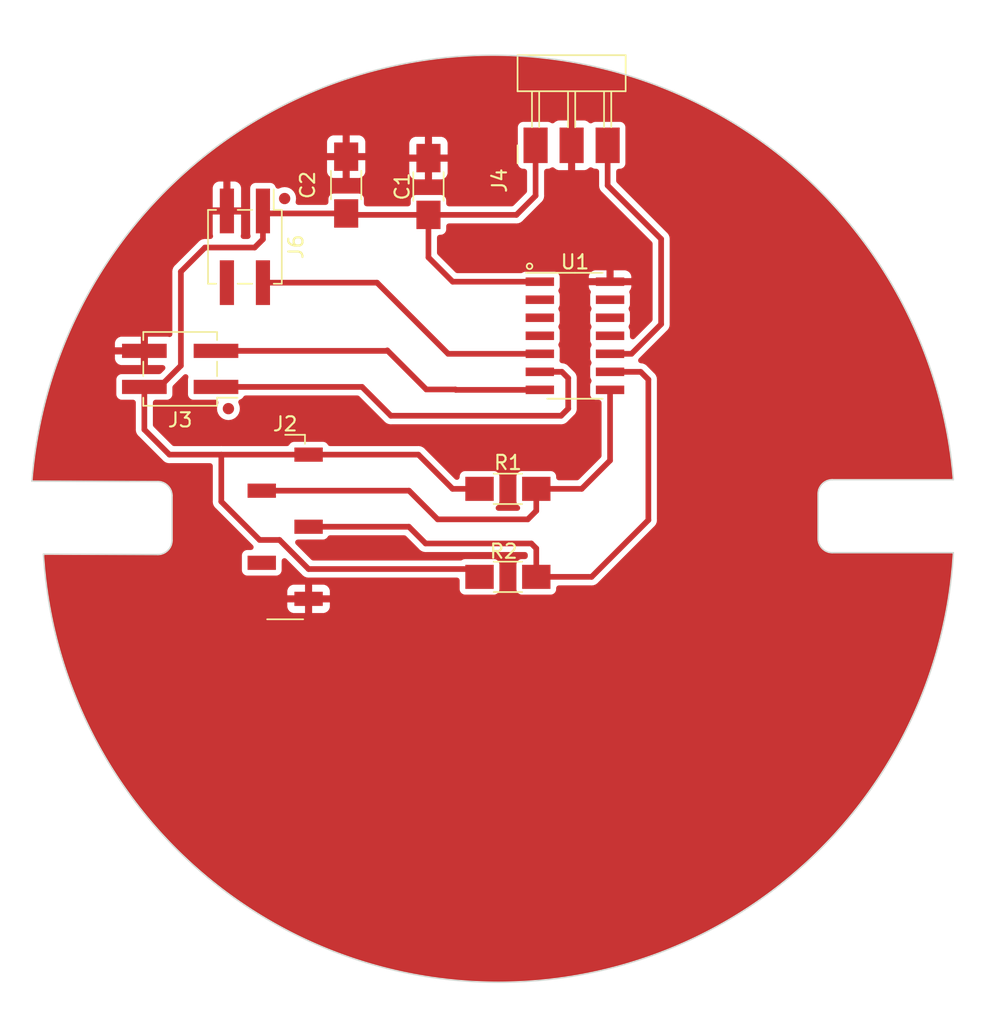
<source format=kicad_pcb>
(kicad_pcb (version 20221018) (generator pcbnew)
  (layers (0 "F.Cu" signal) (31 "B.Cu" signal) (34 "B.Paste" user) (35 "F.Paste" user) (36 "B.SilkS" user "B.Silkscreen") (37 "F.SilkS" user "F.Silkscreen") (38 "B.Mask" user) (39 "F.Mask" user) (44 "Edge.Cuts" user))
  (net 0 "")
  (net 1 "PWR_5V")
  (net 2 "PWR_GND")
  (net 3 "PA7")
  (net 4 "SDA")
  (net 5 "SCL")
  (net 7 "TX")
  (net 8 "RX")
  (net 9 "UPDI")
  (net 10 "PA4")
  (net 11 "PA5")
  (net 12 "PA6")
  (net 13 "PA1")
  (net 14 "PA2")
  (net 15 "PA3")
  (footprint "fab:PinHeader_1x03_P2.54mm_Horizontal_SMD" (layer "F.Cu") (at 193.85 28.7 90)
    (fp_text reference "J4" (at -1.524 -2.54 90) (layer "F.SilkS") (effects (justify right)))
    (fp_text value "Conn_PinHeader_1x03_P2.54mm_Horizontal_SMD" hide)
    (fp_line (start -1.27 -1.27) (end 0 -1.27) (stroke (width 0.12)) (layer "F.SilkS"))
    (fp_line (start 3.81 -1.27) (end 6.35 -1.27) (stroke (width 0.12)) (layer "F.SilkS"))
    (fp_line (start 3.81 -0.254) (end 1.27 -0.254) (stroke (width 0.12)) (layer "F.SilkS"))
    (fp_line (start 3.81 0.254) (end 1.27 0.254) (stroke (width 0.12)) (layer "F.SilkS"))
    (fp_line (start 3.81 2.286) (end 1.27 2.286) (stroke (width 0.12)) (layer "F.SilkS"))
    (fp_line (start 3.81 2.794) (end 1.27 2.794) (stroke (width 0.12)) (layer "F.SilkS"))
    (fp_line (start 3.81 4.826) (end 1.27 4.826) (stroke (width 0.12)) (layer "F.SilkS"))
    (fp_line (start 3.81 5.334) (end 1.27 5.334) (stroke (width 0.12)) (layer "F.SilkS"))
    (fp_line (start 3.81 6.35) (end 3.81 -1.27) (stroke (width 0.12)) (layer "F.SilkS"))
    (fp_line (start 6.35 -1.27) (end 6.35 6.35) (stroke (width 0.12)) (layer "F.SilkS"))
    (fp_line (start 6.35 6.35) (end 3.81 6.35) (stroke (width 0.12)) (layer "F.SilkS"))
    (pad "1" smd rect (at 0 0 90) (size 2.5 1.7) (layers "F.Cu" "F.Paste" "F.Mask") (net 1 "PWR_5V"))
    (pad "2" smd rect (at 0 2.54 90) (size 2.5 1.7) (layers "F.Cu" "F.Paste" "F.Mask") (net 2 "PWR_GND"))
    (pad "3" smd rect (at 0 5.08 90) (size 2.5 1.7) (layers "F.Cu" "F.Paste" "F.Mask") (net 9 "UPDI"))
  )
  (footprint "fab:C_1206" (layer "F.Cu") (at 186.3 31.6 90)
    (fp_text reference "C1" (at 0 -1.85 90) (layer "F.SilkS"))
    (fp_text value "C_1206")
    (fp_line (start -1 -1.07) (end 1 -1.07) (stroke (width 0.12)) (layer "F.SilkS"))
    (fp_line (start 1 1.07) (end -1 1.07) (stroke (width 0.12)) (layer "F.SilkS"))
    (pad "1" smd rect (at -2 0 90) (size 2 1.7) (layers "F.Cu" "F.Paste" "F.Mask") (net 1 "PWR_5V"))
    (pad "2" smd rect (at 2 0 90) (size 2 1.7) (layers "F.Cu" "F.Paste" "F.Mask") (net 2 "PWR_GND"))
  )
  (footprint "fab:PinHeader_2x02_P2.54mm_Vertical_SMD" (layer "F.Cu") (at 168.8 44.45 180)
    (fp_text reference "J3" (at 0 -3.6) (layer "F.SilkS"))
    (fp_text value "Conn_PinHeader_2x02_P2.54mm_Vertical_SMD" hide)
    (fp_circle (center -3.4 -2.8) (end -3.1 -2.8) (stroke (width 0.2)) (fill solid) (layer "F.Cu"))
    (fp_line (start -4.04 -2.03) (end -2.6 -2.03) (stroke (width 0.12)) (layer "F.SilkS"))
    (fp_line (start -2.6 -2.6) (end -2.6 -2.03) (stroke (width 0.12)) (layer "F.SilkS"))
    (fp_line (start -2.6 -2.6) (end 2.6 -2.6) (stroke (width 0.12)) (layer "F.SilkS"))
    (fp_line (start -2.6 -0.51) (end -2.6 0.51) (stroke (width 0.12)) (layer "F.SilkS"))
    (fp_line (start -2.6 2.03) (end -2.6 2.6) (stroke (width 0.12)) (layer "F.SilkS"))
    (fp_line (start -2.6 2.6) (end 2.6 2.6) (stroke (width 0.12)) (layer "F.SilkS"))
    (fp_line (start 2.6 -2.6) (end 2.6 -2.03) (stroke (width 0.12)) (layer "F.SilkS"))
    (fp_line (start 2.6 -0.51) (end 2.6 0.51) (stroke (width 0.12)) (layer "F.SilkS"))
    (fp_line (start 2.6 2.03) (end 2.6 2.6) (stroke (width 0.12)) (layer "F.SilkS"))
    (pad "1" smd rect (at -2.525 -1.27 180) (size 3.15 1) (layers "F.Cu" "F.Paste" "F.Mask") (net 7 "TX"))
    (pad "2" smd rect (at 2.525 -1.27 180) (size 3.15 1) (layers "F.Cu" "F.Paste" "F.Mask") (net 1 "PWR_5V"))
    (pad "3" smd rect (at -2.525 1.27 180) (size 3.15 1) (layers "F.Cu" "F.Paste" "F.Mask") (net 8 "RX"))
    (pad "4" smd rect (at 2.525 1.27 180) (size 3.15 1) (layers "F.Cu" "F.Paste" "F.Mask") (net 2 "PWR_GND"))
  )
  (footprint "fab:PinHeader_2x02_P2.54mm_Vertical_SMD" (layer "F.Cu") (at 173.3625 35.85 -90)
    (fp_text reference "J6" (at 0 -3.6 90) (layer "F.SilkS"))
    (fp_text value "Conn_PinHeader_2x02_P2.54mm_Vertical_SMD")
    (fp_circle (center -3.4 -2.8) (end -3.1 -2.8) (stroke (width 0.2)) (fill solid) (layer "F.Cu"))
    (fp_line (start -4.04 -2.03) (end -2.6 -2.03) (stroke (width 0.12)) (layer "F.SilkS"))
    (fp_line (start -2.6 -2.6) (end -2.6 -2.03) (stroke (width 0.12)) (layer "F.SilkS"))
    (fp_line (start -2.6 -2.6) (end 2.6 -2.6) (stroke (width 0.12)) (layer "F.SilkS"))
    (fp_line (start -2.6 -0.51) (end -2.6 0.51) (stroke (width 0.12)) (layer "F.SilkS"))
    (fp_line (start -2.6 2.03) (end -2.6 2.6) (stroke (width 0.12)) (layer "F.SilkS"))
    (fp_line (start -2.6 2.6) (end 2.6 2.6) (stroke (width 0.12)) (layer "F.SilkS"))
    (fp_line (start 2.6 -2.6) (end 2.6 -2.03) (stroke (width 0.12)) (layer "F.SilkS"))
    (fp_line (start 2.6 -0.51) (end 2.6 0.51) (stroke (width 0.12)) (layer "F.SilkS"))
    (fp_line (start 2.6 2.03) (end 2.6 2.6) (stroke (width 0.12)) (layer "F.SilkS"))
    (pad "1" smd rect (at -2.525 -1.27 270) (size 3.15 1) (layers "F.Cu" "F.Paste" "F.Mask") (net 1 "PWR_5V"))
    (pad "2" smd rect (at 2.525 -1.27 270) (size 3.15 1) (layers "F.Cu" "F.Paste" "F.Mask") (net 3 "PA7"))
    (pad "3" smd rect (at -2.525 1.27 270) (size 3.15 1) (layers "F.Cu" "F.Paste" "F.Mask") (net 2 "PWR_GND"))
    (pad "4" smd rect (at 2.525 1.27 270) (size 3.15 1) (layers "F.Cu" "F.Paste" "F.Mask"))
  )
  (footprint "fab:PinSocket_1x05_P2.54mm_Vertical_SMD" (layer "F.Cu") (at 176.2 55.57)
    (fp_text reference "J2" (at 0 -7.239) (layer "F.SilkS"))
    (fp_text value "Conn_PinSocket_1x05_P2.54mm_Vertical_SMD")
    (fp_line (start -1.27 6.52) (end 1.27 6.52) (stroke (width 0.12)) (layer "F.SilkS"))
    (fp_line (start 1.397 -6.477) (end 0 -6.477) (stroke (width 0.12)) (layer "F.SilkS"))
    (fp_line (start 1.397 -5.842) (end 1.397 -6.477) (stroke (width 0.12)) (layer "F.SilkS"))
    (pad "1" smd rect (at 1.65 -5.08) (size 2 1) (layers "F.Cu" "F.Paste" "F.Mask") (net 1 "PWR_5V"))
    (pad "2" smd rect (at -1.65 -2.54) (size 2 1) (layers "F.Cu" "F.Paste" "F.Mask") (net 4 "SDA"))
    (pad "3" smd rect (at 1.65 0) (size 2 1) (layers "F.Cu" "F.Paste" "F.Mask") (net 5 "SCL"))
    (pad "4" smd rect (at -1.65 2.54) (size 2 1) (layers "F.Cu" "F.Paste" "F.Mask"))
    (pad "5" smd rect (at 1.65 5.08) (size 2 1) (layers "F.Cu" "F.Paste" "F.Mask") (net 2 "PWR_GND"))
  )
  (footprint "fab:C_1206" (layer "F.Cu") (at 180.5 31.5 90)
    (fp_text reference "C2" (at 0 -2.7175 90) (layer "F.SilkS"))
    (fp_text value "C_1206")
    (fp_line (start -1 -1.07) (end 1 -1.07) (stroke (width 0.12)) (layer "F.SilkS"))
    (fp_line (start 1 1.07) (end -1 1.07) (stroke (width 0.12)) (layer "F.SilkS"))
    (pad "1" smd rect (at -2 0 90) (size 2 1.7) (layers "F.Cu" "F.Paste" "F.Mask") (net 1 "PWR_5V"))
    (pad "2" smd rect (at 2 0 90) (size 2 1.7) (layers "F.Cu" "F.Paste" "F.Mask") (net 2 "PWR_GND"))
  )
  (footprint "fab:R_1206" (layer "F.Cu") (at 191.9 52.9)
    (fp_text reference "R1" (at 0 -1.85) (layer "F.SilkS"))
    (fp_text value "5k")
    (fp_line (start -1 -1.07) (end 1 -1.07) (stroke (width 0.12)) (layer "F.SilkS"))
    (fp_line (start 1 1.07) (end -1 1.07) (stroke (width 0.12)) (layer "F.SilkS"))
    (pad "1" smd rect (at -2 0) (size 2 1.7) (layers "F.Cu" "F.Paste" "F.Mask") (net 1 "PWR_5V"))
    (pad "2" smd rect (at 2 0) (size 2 1.7) (layers "F.Cu" "F.Paste" "F.Mask") (net 4 "SDA"))
  )
  (footprint "fab:R_1206" (layer "F.Cu") (at 191.9 59.1)
    (fp_text reference "R2" (at -0.3 -1.8) (layer "F.SilkS"))
    (fp_text value "5k")
    (fp_line (start -1 -1.07) (end 1 -1.07) (stroke (width 0.12)) (layer "F.SilkS"))
    (fp_line (start 1 1.07) (end -1 1.07) (stroke (width 0.12)) (layer "F.SilkS"))
    (pad "1" smd rect (at -2 0) (size 2 1.7) (layers "F.Cu" "F.Paste" "F.Mask") (net 1 "PWR_5V"))
    (pad "2" smd rect (at 2 0) (size 2 1.7) (layers "F.Cu" "F.Paste" "F.Mask") (net 5 "SCL"))
  )
  (footprint "fab:SOIC-14_3.9x8.7mm_P1.27mm" (layer "F.Cu") (at 196.625 42.1175)
    (fp_text reference "U1" (at 0 -5.2) (layer "F.SilkS"))
    (fp_text value "Microcontroller_ATtiny1614-SSFR")
    (fp_line (start 0 -4.435) (end -3.45 -4.435) (stroke (width 0.12)) (layer "F.SilkS"))
    (fp_line (start 0 -4.435) (end 1.95 -4.435) (stroke (width 0.12)) (layer "F.SilkS"))
    (fp_line (start 0 4.435) (end -1.95 4.435) (stroke (width 0.12)) (layer "F.SilkS"))
    (fp_line (start 0 4.435) (end 1.95 4.435) (stroke (width 0.12)) (layer "F.SilkS"))
    (fp_circle (center -3.2 -4.9) (end -3.2 -4.7) (stroke (width 0.12)) (fill none) (layer "F.SilkS"))
    (pad "1" smd rect (at -2.475 -3.81) (size 2 0.6) (layers "F.Cu" "F.Paste" "F.Mask") (net 1 "PWR_5V"))
    (pad "2" smd rect (at -2.475 -2.54) (size 2 0.6) (layers "F.Cu" "F.Paste" "F.Mask") (net 10 "PA4"))
    (pad "3" smd rect (at -2.475 -1.27) (size 2 0.6) (layers "F.Cu" "F.Paste" "F.Mask") (net 11 "PA5"))
    (pad "4" smd rect (at -2.475 0) (size 2 0.6) (layers "F.Cu" "F.Paste" "F.Mask") (net 12 "PA6"))
    (pad "5" smd rect (at -2.475 1.27) (size 2 0.6) (layers "F.Cu" "F.Paste" "F.Mask") (net 3 "PA7"))
    (pad "6" smd rect (at -2.475 2.54) (size 2 0.6) (layers "F.Cu" "F.Paste" "F.Mask") (net 7 "TX"))
    (pad "7" smd rect (at -2.475 3.81) (size 2 0.6) (layers "F.Cu" "F.Paste" "F.Mask") (net 8 "RX"))
    (pad "8" smd rect (at 2.475 3.81) (size 2 0.6) (layers "F.Cu" "F.Paste" "F.Mask") (net 4 "SDA"))
    (pad "9" smd rect (at 2.475 2.54) (size 2 0.6) (layers "F.Cu" "F.Paste" "F.Mask") (net 5 "SCL"))
    (pad "10" smd rect (at 2.475 1.27) (size 2 0.6) (layers "F.Cu" "F.Paste" "F.Mask") (net 9 "UPDI"))
    (pad "11" smd rect (at 2.475 0) (size 2 0.6) (layers "F.Cu" "F.Paste" "F.Mask") (net 13 "PA1"))
    (pad "12" smd rect (at 2.475 -1.27) (size 2 0.6) (layers "F.Cu" "F.Paste" "F.Mask") (net 14 "PA2"))
    (pad "13" smd rect (at 2.475 -2.54) (size 2 0.6) (layers "F.Cu" "F.Paste" "F.Mask") (net 15 "PA3"))
    (pad "14" smd rect (at 2.475 -3.81) (size 2 0.6) (layers "F.Cu" "F.Paste" "F.Mask") (net 2 "PWR_GND"))
  )
  (gr_line (start 213.762652 56.4) (end 213.762652 53.256481) (stroke (width 0.1)) (layer "Edge.Cuts"))
  (gr_line (start 167.227847 57.528446) (end 159.161644 57.499559) (stroke (width 0.1)) (layer "Edge.Cuts"))
  (gr_arc (start 214.762652 57.4) (mid 214.055544 57.107108) (end 213.762652 56.4) (stroke (width 0.1)) (layer "Edge.Cuts"))
  (gr_arc (start 223.299999 57.4) (mid 191.277715 87.659886) (end 159.161644 57.499559) (stroke (width 0.1)) (layer "Edge.Cuts"))
  (gr_arc (start 167.227847 52.384927) (mid 167.934933 52.677842) (end 168.227847 53.384927) (stroke (width 0.1)) (layer "Edge.Cuts"))
  (gr_line (start 168.227847 53.384927) (end 168.227847 56.528446) (stroke (width 0.1)) (layer "Edge.Cuts"))
  (gr_arc (start 168.227847 56.528446) (mid 167.934942 57.235541) (end 167.227847 57.528446) (stroke (width 0.1)) (layer "Edge.Cuts"))
  (gr_arc (start 158.347506 52.357727) (mid 190.777059 22.351232) (end 223.3 52.256481) (stroke (width 0.1)) (layer "Edge.Cuts"))
  (gr_line (start 158.347506 52.357727) (end 167.227847 52.384927) (stroke (width 0.1)) (layer "Edge.Cuts"))
  (gr_line (start 223.3 57.4) (end 214.762652 57.4) (stroke (width 0.1)) (layer "Edge.Cuts"))
  (gr_arc (start 213.762652 53.256481) (mid 214.05556 52.549389) (end 214.762652 52.256481) (stroke (width 0.1)) (layer "Edge.Cuts"))
  (gr_line (start 214.762652 52.256481) (end 223.3 52.256481) (stroke (width 0.1)) (layer "Edge.Cuts"))
  (segment (start 193.85 32.25) (end 192.5 33.6) (width 0.4) (layer "F.Cu") (net 1))
  (segment (start 174.8075 33.5) (end 174.6325 33.325) (width 0.4) (layer "F.Cu") (net 1))
  (segment (start 166.275 45.72) (end 166.275 48.725) (width 0.4) (layer "F.Cu") (net 1))
  (segment (start 193.85 28.7) (end 193.85 32.25) (width 0.4) (layer "F.Cu") (net 1))
  (segment (start 168.85 37.6) (end 168.85 44.22) (width 0.4) (layer "F.Cu") (net 1))
  (segment (start 174.6325 35.3175) (end 174.05 35.9) (width 0.4) (layer "F.Cu") (net 1))
  (segment (start 174.4 56.5) (end 175.8 56.5) (width 0.4) (layer "F.Cu") (net 1))
  (segment (start 186.3 33.6) (end 180.6 33.6) (width 0.4) (layer "F.Cu") (net 1))
  (segment (start 185.59 50.49) (end 188 52.9) (width 0.4) (layer "F.Cu") (net 1))
  (segment (start 167.35 45.72) (end 166.275 45.72) (width 0.4) (layer "F.Cu") (net 1))
  (segment (start 194.15 38.3075) (end 188.0075 38.3075) (width 0.4) (layer "F.Cu") (net 1))
  (segment (start 188 52.9) (end 189.9 52.9) (width 0.4) (layer "F.Cu") (net 1))
  (segment (start 168.04 50.49) (end 171.7 50.49) (width 0.4) (layer "F.Cu") (net 1))
  (segment (start 170.55 35.9) (end 168.85 37.6) (width 0.4) (layer "F.Cu") (net 1))
  (segment (start 177.85 58.55) (end 189.35 58.55) (width 0.4) (layer "F.Cu") (net 1))
  (segment (start 171.7 53.8) (end 174.4 56.5) (width 0.4) (layer "F.Cu") (net 1))
  (segment (start 188.0075 38.3075) (end 186.3 36.6) (width 0.4) (layer "F.Cu") (net 1))
  (segment (start 171.7 50.49) (end 177.85 50.49) (width 0.4) (layer "F.Cu") (net 1))
  (segment (start 180.6 33.6) (end 180.5 33.5) (width 0.4) (layer "F.Cu") (net 1))
  (segment (start 180.5 33.5) (end 174.8075 33.5) (width 0.4) (layer "F.Cu") (net 1))
  (segment (start 174.6325 33.325) (end 174.6325 35.3175) (width 0.4) (layer "F.Cu") (net 1))
  (segment (start 174.05 35.9) (end 170.55 35.9) (width 0.4) (layer "F.Cu") (net 1))
  (segment (start 177.85 50.49) (end 185.59 50.49) (width 0.4) (layer "F.Cu") (net 1))
  (segment (start 168.85 44.22) (end 167.35 45.72) (width 0.4) (layer "F.Cu") (net 1))
  (segment (start 189.35 58.55) (end 189.9 59.1) (width 0.4) (layer "F.Cu") (net 1))
  (segment (start 166.275 48.725) (end 168.04 50.49) (width 0.4) (layer "F.Cu") (net 1))
  (segment (start 186.3 36.6) (end 186.3 33.6) (width 0.4) (layer "F.Cu") (net 1))
  (segment (start 192.5 33.6) (end 186.3 33.6) (width 0.4) (layer "F.Cu") (net 1))
  (segment (start 171.7 50.49) (end 171.7 53.8) (width 0.4) (layer "F.Cu") (net 1))
  (segment (start 175.8 56.5) (end 177.85 58.55) (width 0.4) (layer "F.Cu") (net 1))
  (segment (start 187.6875 43.3875) (end 182.675 38.375) (width 0.4) (layer "F.Cu") (net 3))
  (segment (start 194.15 43.3875) (end 187.6875 43.3875) (width 0.4) (layer "F.Cu") (net 3))
  (segment (start 182.675 38.375) (end 174.6325 38.375) (width 0.4) (layer "F.Cu") (net 3))
  (segment (start 193.9 52.9) (end 197.1 52.9) (width 0.4) (layer "F.Cu") (net 4))
  (segment (start 197.1 52.9) (end 199.1 50.9) (width 0.4) (layer "F.Cu") (net 4))
  (segment (start 199.1 50.9) (end 199.1 45.9275) (width 0.4) (layer "F.Cu") (net 4))
  (segment (start 193.3 55.05) (end 193.9 54.45) (width 0.4) (layer "F.Cu") (net 4))
  (segment (start 184.93 53.03) (end 186.95 55.05) (width 0.4) (layer "F.Cu") (net 4))
  (segment (start 186.95 55.05) (end 193.3 55.05) (width 0.4) (layer "F.Cu") (net 4))
  (segment (start 193.9 54.45) (end 193.9 52.9) (width 0.4) (layer "F.Cu") (net 4))
  (segment (start 174.55 53.03) (end 184.93 53.03) (width 0.4) (layer "F.Cu") (net 4))
  (segment (start 197.8 59.1) (end 193.9 59.1) (width 0.4) (layer "F.Cu") (net 5))
  (segment (start 201.2575 44.6575) (end 201.8 45.2) (width 0.4) (layer "F.Cu") (net 5))
  (segment (start 186.1 56.75) (end 193.55 56.75) (width 0.4) (layer "F.Cu") (net 5))
  (segment (start 201.8 45.2) (end 201.8 55.1) (width 0.4) (layer "F.Cu") (net 5))
  (segment (start 193.55 56.75) (end 193.9 57.1) (width 0.4) (layer "F.Cu") (net 5))
  (segment (start 201.8 55.1) (end 197.8 59.1) (width 0.4) (layer "F.Cu") (net 5))
  (segment (start 199.1 44.6575) (end 201.2575 44.6575) (width 0.4) (layer "F.Cu") (net 5))
  (segment (start 177.85 55.57) (end 184.92 55.57) (width 0.4) (layer "F.Cu") (net 5))
  (segment (start 184.92 55.57) (end 186.1 56.75) (width 0.4) (layer "F.Cu") (net 5))
  (segment (start 193.9 57.1) (end 193.9 59.1) (width 0.4) (layer "F.Cu") (net 5))
  (segment (start 195.65 47.75) (end 196.15 47.25) (width 0.4) (layer "F.Cu") (net 7))
  (segment (start 195.7075 44.6575) (end 194.15 44.6575) (width 0.4) (layer "F.Cu") (net 7))
  (segment (start 171.325 45.72) (end 181.62 45.72) (width 0.4) (layer "F.Cu") (net 7))
  (segment (start 183.65 47.75) (end 195.65 47.75) (width 0.4) (layer "F.Cu") (net 7))
  (segment (start 181.62 45.72) (end 183.65 47.75) (width 0.4) (layer "F.Cu") (net 7))
  (segment (start 196.15 45.1) (end 195.7075 44.6575) (width 0.4) (layer "F.Cu") (net 7))
  (segment (start 196.15 47.25) (end 196.15 45.1) (width 0.4) (layer "F.Cu") (net 7))
  (segment (start 188.2275 45.9275) (end 194.15 45.9275) (width 0.4) (layer "F.Cu") (net 8))
  (segment (start 171.325 43.18) (end 183.37 43.18) (width 0.4) (layer "F.Cu") (net 8))
  (segment (start 183.4 43.15) (end 186.15 45.9) (width 0.4) (layer "F.Cu") (net 8))
  (segment (start 186.15 45.9) (end 188.2 45.9) (width 0.4) (layer "F.Cu") (net 8))
  (segment (start 183.37 43.18) (end 183.4 43.15) (width 0.4) (layer "F.Cu") (net 8))
  (segment (start 188.2 45.9) (end 188.2275 45.9275) (width 0.4) (layer "F.Cu") (net 8))
  (segment (start 200.6125 43.3875) (end 199.1 43.3875) (width 0.4) (layer "F.Cu") (net 9))
  (segment (start 198.93 28.7) (end 198.93 31.53) (width 0.4) (layer "F.Cu") (net 9))
  (segment (start 202.7 41.3) (end 200.6125 43.3875) (width 0.4) (layer "F.Cu") (net 9))
  (segment (start 198.93 31.53) (end 202.7 35.3) (width 0.4) (layer "F.Cu") (net 9))
  (segment (start 202.7 35.3) (end 202.7 41.3) (width 0.4) (layer "F.Cu") (net 9))
  (zone (net 2) (net_name "PWR_GND") (layer "F.Cu") (connect_pads (clearance 0.4)) (min_thickness 0.4) (fill yes (thermal_gap 0.5) (thermal_bridge_width 0.5))
    (polygon (pts (xy 166.7 19.9) (xy 226 20.9) (xy 226.6 90.6) (xy 157.4 88.8) (xy 156.1 36.8)))
  )
)
</source>
